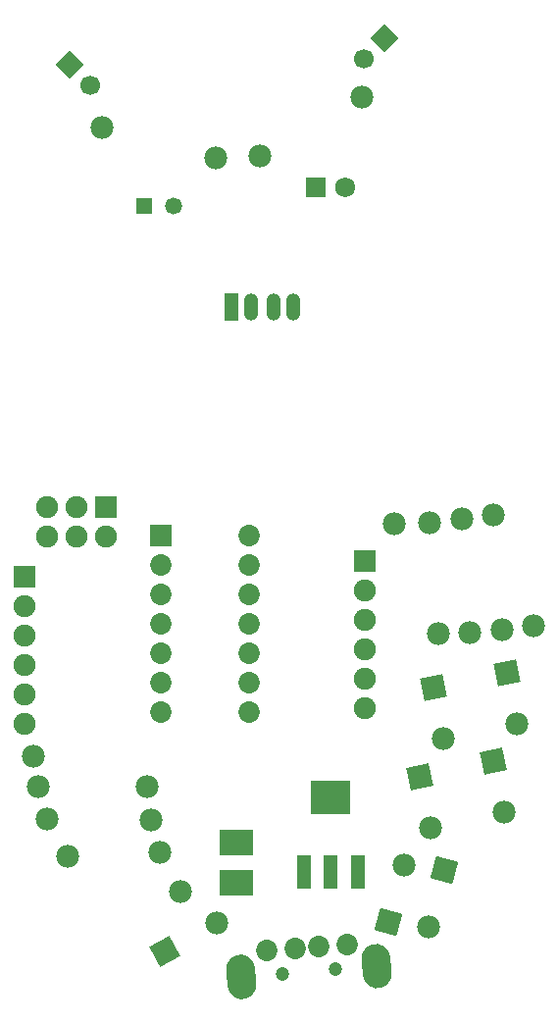
<source format=gbr>
G04 DipTrace 3.3.1.3*
G04 BottomMask.gbr*
%MOIN*%
G04 #@! TF.FileFunction,Soldermask,Bot*
G04 #@! TF.Part,Single*
%AMOUTLINE1*
4,1,4,
0.047692,0.027535,
0.027535,-0.047692,
-0.047692,-0.027535,
-0.027535,0.047692,
0.047692,0.027535,
0*%
%AMOUTLINE4*
4,1,4,
-0.052819,0.01558,
0.01558,0.052819,
0.052819,-0.01558,
-0.01558,-0.052819,
-0.052819,0.01558,
0*%
%AMOUTLINE7*
4,1,4,
-0.047779,-0.027381,
-0.027381,0.047779,
0.047779,0.027381,
0.027381,-0.047779,
-0.047779,-0.027381,
0*%
%AMOUTLINE10*
4,1,4,
0.0,-0.047331,
-0.047331,0.0,
0.0,0.047331,
0.047331,0.0,
0.0,-0.047331,
0*%
%AMOUTLINE13*
4,1,4,
-0.047331,0.0,
0.0,0.047331,
0.047331,0.0,
0.0,-0.047331,
-0.047331,0.0,
0*%
%AMOUTLINE16*
4,1,4,
-0.030902,-0.045582,
-0.045582,0.030902,
0.030902,0.045582,
0.045582,-0.030902,
-0.030902,-0.045582,
0*%
%AMOUTLINE19*
4,1,4,
-0.030007,-0.046176,
-0.046176,0.030007,
0.030007,0.046176,
0.046176,-0.030007,
-0.030007,-0.046176,
0*%
%AMOUTLINE22*
4,1,16,
-0.046474,-0.031877,
-0.040021,-0.052249,
-0.025056,-0.068134,
-0.004678,-0.075955,
0.017074,-0.074158,
0.035891,-0.063103,
0.048049,-0.044977,
0.051073,-0.023822,
0.046474,0.031877,
0.040021,0.052249,
0.025056,0.068134,
0.004678,0.075955,
-0.017074,0.074158,
-0.035891,0.063103,
-0.048049,0.044977,
-0.051073,0.023822,
-0.046474,-0.031877,
0*%
%AMOUTLINE25*
4,1,16,
-0.046516,-0.031378,
-0.040062,-0.051751,
-0.025096,-0.067637,
-0.004719,-0.075456,
0.017031,-0.07366,
0.03585,-0.062604,
0.048008,-0.044478,
0.051033,-0.023324,
0.046516,0.031378,
0.040062,0.051751,
0.025096,0.067637,
0.004719,0.075456,
-0.017031,0.07366,
-0.03585,0.062604,
-0.048008,0.044478,
-0.051033,0.023324,
-0.046516,-0.031378,
0*%
%ADD37C,0.047244*%
%ADD48R,0.135833X0.11788*%
%ADD50R,0.045282X0.11788*%
%ADD52C,0.07288*%
%ADD54R,0.07288X0.07288*%
%ADD56C,0.07788*%
%ADD58C,0.074809*%
%ADD60R,0.074809X0.074809*%
%ADD62C,0.066935*%
%ADD64R,0.114179X0.08788*%
%ADD66R,0.049219X0.09288*%
%ADD68O,0.049219X0.09288*%
%ADD70R,0.06788X0.06788*%
%ADD72C,0.06788*%
%ADD74R,0.05788X0.05788*%
%ADD76C,0.05788*%
%ADD78C,0.07788*%
%ADD90OUTLINE1*%
%ADD93OUTLINE4*%
%ADD96OUTLINE7*%
%ADD99OUTLINE10*%
%ADD102OUTLINE13*%
%ADD105OUTLINE16*%
%ADD108OUTLINE19*%
%ADD111OUTLINE22*%
%ADD114OUTLINE25*%
%FSLAX26Y26*%
G04*
G70*
G90*
G75*
G01*
G04 BotMask*
%LPD*%
D78*
X1912562Y686451D3*
D90*
X1964326Y879637D3*
D78*
X1190634Y698036D3*
D93*
X1014981Y602401D3*
D76*
X1042791Y3136704D3*
D74*
X942791D3*
D72*
X1629321Y3198396D3*
D70*
X1529321D3*
D68*
X1452020Y2791260D3*
X1308219D3*
D66*
X1239520D3*
D68*
X1383219D3*
D64*
X1257075Y835411D3*
Y970629D3*
D78*
X1826209Y895838D3*
D96*
X1773826Y702819D3*
D99*
X690183Y3615082D3*
D62*
X760894Y3544371D3*
D102*
X1760280Y3705251D3*
D62*
X1689569Y3634540D3*
D60*
X1694146Y1928154D3*
D58*
Y1828154D3*
Y1728154D3*
Y1628154D3*
Y1528154D3*
Y1428154D3*
D60*
X536956Y1874575D3*
D58*
Y1774575D3*
Y1674575D3*
Y1574575D3*
Y1474575D3*
Y1374575D3*
D60*
X813393Y2111254D3*
D58*
Y2011254D3*
X713393Y2111254D3*
Y2011254D3*
X613393Y2111254D3*
Y2011254D3*
D78*
X1188333Y3297645D3*
D56*
X801962Y3401172D3*
D78*
X1338317Y3303894D3*
D56*
X1684726Y3503894D3*
D78*
X968840Y1049573D3*
D56*
X584951Y1161948D3*
D78*
X1794519Y2054025D3*
D56*
X1944419Y1683175D3*
D78*
X1066348Y804263D3*
D56*
X684905Y924683D3*
D78*
X997456Y938123D3*
D56*
X613852Y1051469D3*
D78*
X955333Y1162020D3*
D56*
X569078Y1265981D3*
D78*
X2131983Y2085272D3*
D56*
X2268792Y1709396D3*
D78*
X2025745Y2072773D3*
D56*
X2162553Y1696897D3*
D78*
X1913256Y2060275D3*
D56*
X2050065Y1684398D3*
D105*
X1926462Y1500309D3*
D78*
X1959860Y1326286D3*
X2211222Y1374544D3*
D105*
X2177874Y1548560D3*
D108*
X1879864Y1195256D3*
D78*
X1916650Y1021918D3*
X2167024Y1075070D3*
D108*
X2130286Y1248402D3*
D54*
X1000852Y2016529D3*
D52*
Y1916529D3*
Y1816529D3*
Y1716529D3*
Y1616529D3*
Y1516529D3*
Y1416529D3*
X1300852D3*
Y1516529D3*
Y1616529D3*
Y1716529D3*
Y1816529D3*
Y1916529D3*
Y2016529D3*
D50*
X1669581Y872872D3*
X1578981Y872898D3*
X1488430D3*
D48*
X1578981Y1126271D3*
D52*
X1458267Y612449D3*
X1536739Y618928D3*
X1634833Y627077D3*
X1360175Y604351D3*
D111*
X1274784Y514368D3*
D114*
X1733823Y552270D3*
D37*
X1594550Y540743D3*
X1414062Y525842D3*
M02*

</source>
